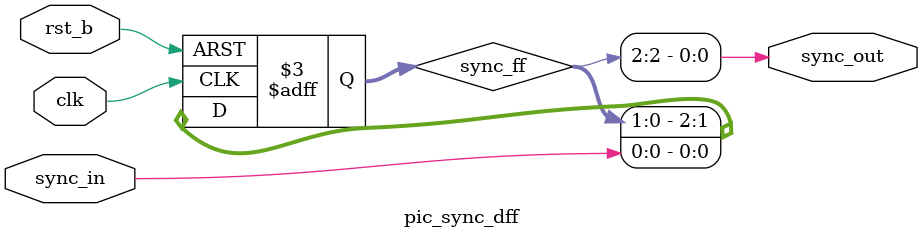
<source format=v>

module pic_sync_dff (
  clk,
  rst_b,
  sync_in,
  sync_out
);
//RELEASE_INST_LIB

parameter FLOP_NUM     = 3;

input          clk;
input          rst_b;
input          sync_in;
output         sync_out;

reg   [FLOP_NUM-1:0]  sync_ff;

wire           clk;
wire           rst_b;
wire           sync_in;
wire           sync_out;

always @ (posedge clk or negedge rst_b)
begin
  if (~rst_b)
    sync_ff[FLOP_NUM-1:0] <= {FLOP_NUM{1'b0}};
  else
    sync_ff[FLOP_NUM-1:0] <= {sync_ff[FLOP_NUM-2:0],sync_in};
end

assign sync_out = sync_ff[FLOP_NUM-1];

endmodule


</source>
